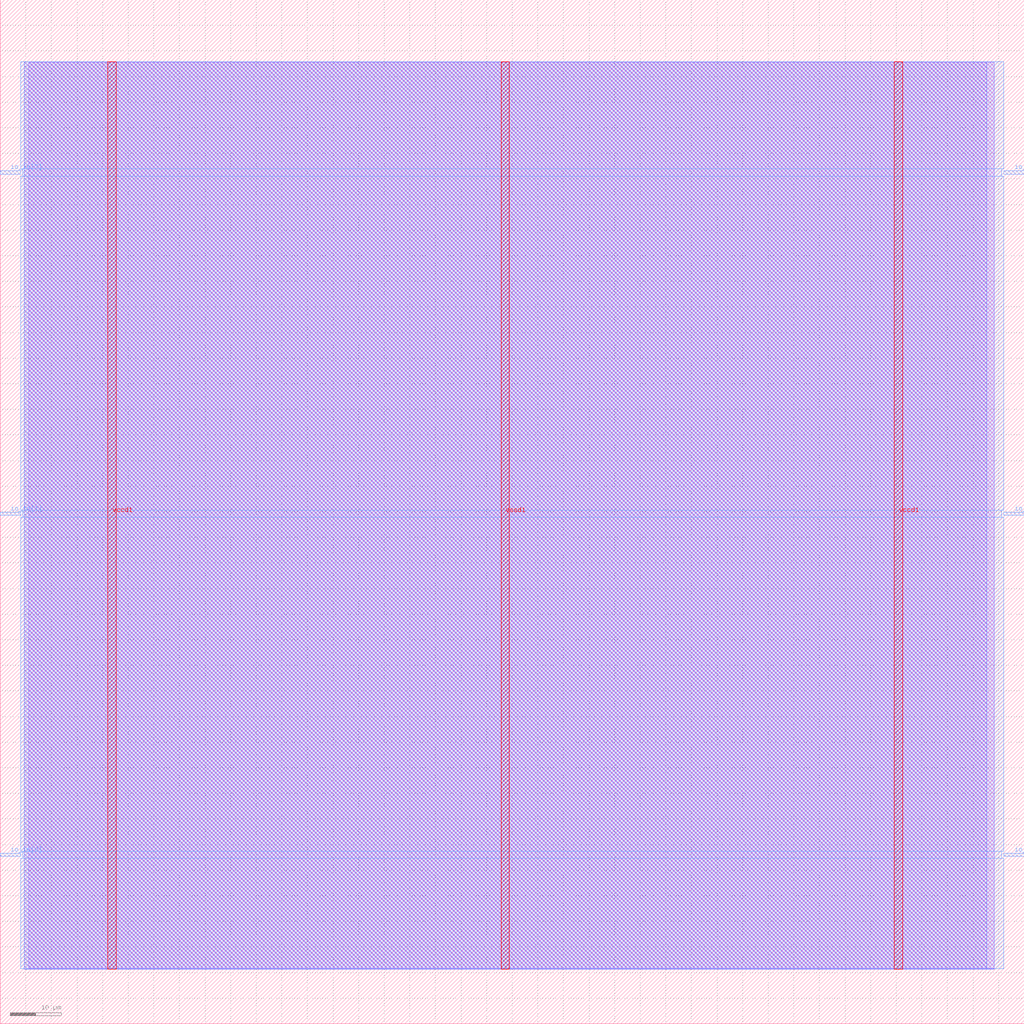
<source format=lef>
VERSION 5.7 ;
  NOWIREEXTENSIONATPIN ON ;
  DIVIDERCHAR "/" ;
  BUSBITCHARS "[]" ;
MACRO arbiter_proj
  CLASS BLOCK ;
  FOREIGN arbiter_proj ;
  ORIGIN 0.000 0.000 ;
  SIZE 200.000 BY 200.000 ;
  PIN io_in[0]
    DIRECTION INPUT ;
    USE SIGNAL ;
    ANTENNAGATEAREA 0.213000 ;
    PORT
      LAYER met3 ;
        RECT 0.000 32.680 4.000 33.280 ;
    END
  END io_in[0]
  PIN io_in[1]
    DIRECTION INPUT ;
    USE SIGNAL ;
    ANTENNAGATEAREA 0.196500 ;
    PORT
      LAYER met3 ;
        RECT 0.000 99.320 4.000 99.920 ;
    END
  END io_in[1]
  PIN io_in[2]
    DIRECTION INPUT ;
    USE SIGNAL ;
    ANTENNAGATEAREA 0.213000 ;
    PORT
      LAYER met3 ;
        RECT 0.000 165.960 4.000 166.560 ;
    END
  END io_in[2]
  PIN io_out[0]
    DIRECTION OUTPUT TRISTATE ;
    USE SIGNAL ;
    ANTENNADIFFAREA 0.795200 ;
    PORT
      LAYER met3 ;
        RECT 196.000 32.680 200.000 33.280 ;
    END
  END io_out[0]
  PIN io_out[1]
    DIRECTION OUTPUT TRISTATE ;
    USE SIGNAL ;
    ANTENNADIFFAREA 0.795200 ;
    PORT
      LAYER met3 ;
        RECT 196.000 99.320 200.000 99.920 ;
    END
  END io_out[1]
  PIN io_out[2]
    DIRECTION OUTPUT TRISTATE ;
    USE SIGNAL ;
    ANTENNADIFFAREA 0.795200 ;
    PORT
      LAYER met3 ;
        RECT 196.000 165.960 200.000 166.560 ;
    END
  END io_out[2]
  PIN vccd1
    DIRECTION INOUT ;
    USE POWER ;
    PORT
      LAYER met4 ;
        RECT 21.040 10.640 22.640 187.920 ;
    END
    PORT
      LAYER met4 ;
        RECT 174.640 10.640 176.240 187.920 ;
    END
  END vccd1
  PIN vssd1
    DIRECTION INOUT ;
    USE GROUND ;
    PORT
      LAYER met4 ;
        RECT 97.840 10.640 99.440 187.920 ;
    END
  END vssd1
  OBS
      LAYER li1 ;
        RECT 5.520 10.795 194.120 187.765 ;
      LAYER met1 ;
        RECT 4.670 10.640 194.120 187.920 ;
      LAYER met2 ;
        RECT 4.690 10.695 192.650 187.865 ;
      LAYER met3 ;
        RECT 4.000 166.960 196.000 187.845 ;
        RECT 4.400 165.560 195.600 166.960 ;
        RECT 4.000 100.320 196.000 165.560 ;
        RECT 4.400 98.920 195.600 100.320 ;
        RECT 4.000 33.680 196.000 98.920 ;
        RECT 4.400 32.280 195.600 33.680 ;
        RECT 4.000 10.715 196.000 32.280 ;
  END
END arbiter_proj
END LIBRARY


</source>
